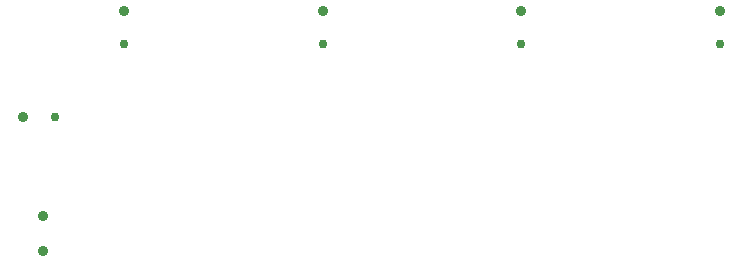
<source format=gbr>
%TF.GenerationSoftware,KiCad,Pcbnew,9.0.0*%
%TF.CreationDate,2025-07-21T10:24:21-07:00*%
%TF.ProjectId,chordlet,63686f72-646c-4657-942e-6b696361645f,rev?*%
%TF.SameCoordinates,Original*%
%TF.FileFunction,Soldermask,Bot*%
%TF.FilePolarity,Negative*%
%FSLAX46Y46*%
G04 Gerber Fmt 4.6, Leading zero omitted, Abs format (unit mm)*
G04 Created by KiCad (PCBNEW 9.0.0) date 2025-07-21 10:24:21*
%MOMM*%
%LPD*%
G01*
G04 APERTURE LIST*
%ADD10C,0.900000*%
%ADD11C,0.750000*%
G04 APERTURE END LIST*
D10*
%TO.C,SW5*%
X190050000Y-100500000D03*
X190050000Y-103500000D03*
%TD*%
%TO.C,SW3*%
X247300000Y-83150000D03*
D11*
X247300000Y-85900000D03*
%TD*%
D10*
%TO.C,SW1*%
X213695000Y-83150000D03*
D11*
X213695000Y-85900000D03*
%TD*%
D10*
%TO.C,SW2*%
X230500000Y-83150000D03*
D11*
X230500000Y-85900000D03*
%TD*%
D10*
%TO.C,SW4*%
X188325000Y-92150000D03*
D11*
X191075000Y-92150000D03*
%TD*%
D10*
%TO.C,SW0*%
X196850000Y-83150000D03*
D11*
X196850000Y-85900000D03*
%TD*%
M02*

</source>
